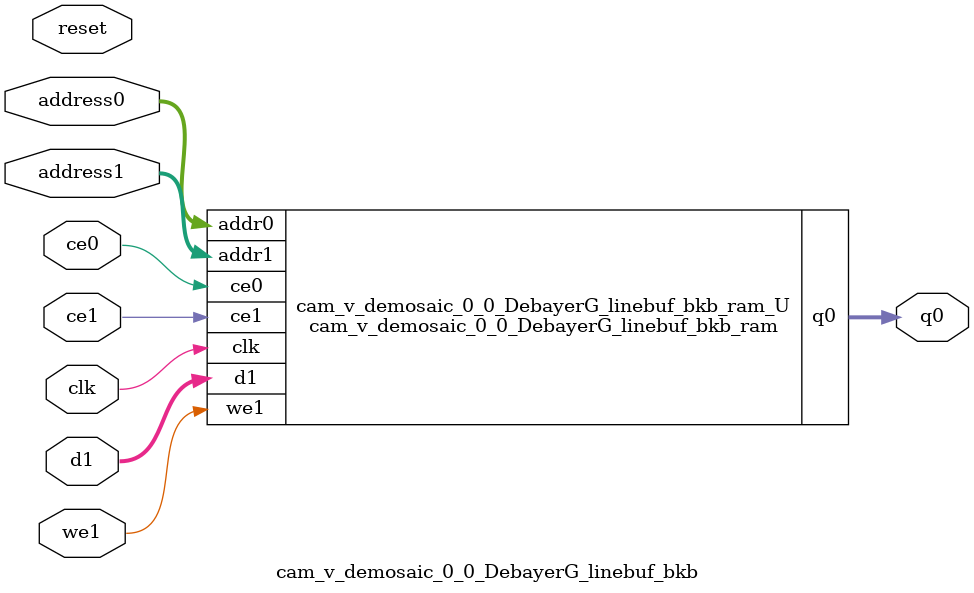
<source format=v>
`timescale 1 ns / 1 ps
module cam_v_demosaic_0_0_DebayerG_linebuf_bkb_ram (addr0, ce0, q0, addr1, ce1, d1, we1,  clk);

parameter DWIDTH = 10;
parameter AWIDTH = 12;
parameter MEM_SIZE = 2049;

input[AWIDTH-1:0] addr0;
input ce0;
output reg[DWIDTH-1:0] q0;
input[AWIDTH-1:0] addr1;
input ce1;
input[DWIDTH-1:0] d1;
input we1;
input clk;

(* ram_style = "block" *)reg [DWIDTH-1:0] ram[0:MEM_SIZE-1];




always @(posedge clk)  
begin 
    if (ce0) begin
        q0 <= ram[addr0];
    end
end


always @(posedge clk)  
begin 
    if (ce1) begin
        if (we1) 
            ram[addr1] <= d1; 
    end
end


endmodule

`timescale 1 ns / 1 ps
module cam_v_demosaic_0_0_DebayerG_linebuf_bkb(
    reset,
    clk,
    address0,
    ce0,
    q0,
    address1,
    ce1,
    we1,
    d1);

parameter DataWidth = 32'd10;
parameter AddressRange = 32'd2049;
parameter AddressWidth = 32'd12;
input reset;
input clk;
input[AddressWidth - 1:0] address0;
input ce0;
output[DataWidth - 1:0] q0;
input[AddressWidth - 1:0] address1;
input ce1;
input we1;
input[DataWidth - 1:0] d1;



cam_v_demosaic_0_0_DebayerG_linebuf_bkb_ram cam_v_demosaic_0_0_DebayerG_linebuf_bkb_ram_U(
    .clk( clk ),
    .addr0( address0 ),
    .ce0( ce0 ),
    .q0( q0 ),
    .addr1( address1 ),
    .ce1( ce1 ),
    .we1( we1 ),
    .d1( d1 ));

endmodule


</source>
